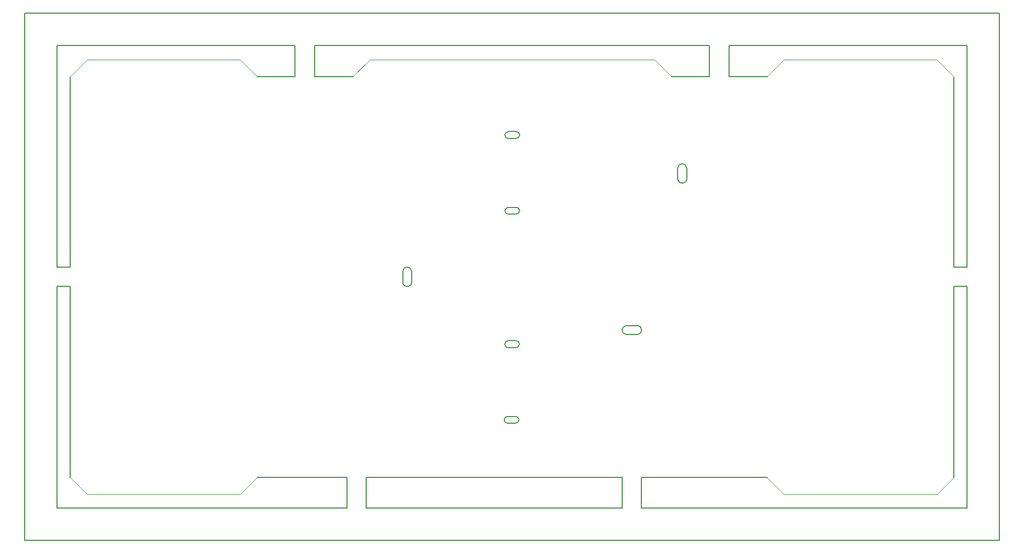
<source format=gbr>
G04 #@! TF.FileFunction,Profile,NP*
%FSLAX46Y46*%
G04 Gerber Fmt 4.6, Leading zero omitted, Abs format (unit mm)*
G04 Created by KiCad (PCBNEW 4.0.7-e2-6376~58~ubuntu16.04.1) date Sun Feb 25 02:30:39 2018*
%MOMM*%
%LPD*%
G01*
G04 APERTURE LIST*
%ADD10C,0.100000*%
%ADD11C,0.150000*%
G04 APERTURE END LIST*
D10*
D11*
X71750000Y-101500000D02*
X71750000Y-131000000D01*
X71750000Y-69000000D02*
X71750000Y-98500000D01*
X106500000Y-69000000D02*
X100600000Y-69000000D01*
X115400000Y-69000000D02*
X109500000Y-69000000D01*
X173500000Y-69000000D02*
X179400000Y-69000000D01*
X164600000Y-69000000D02*
X170500000Y-69000000D01*
X208250000Y-101500000D02*
X208250000Y-131000000D01*
X208250000Y-69100000D02*
X208250000Y-98500000D01*
X160000000Y-131000000D02*
X179400000Y-131000000D01*
X117500000Y-131000000D02*
X157000000Y-131000000D01*
X100600000Y-131000000D02*
X114500000Y-131000000D01*
X210250000Y-98500000D02*
X210250000Y-64250000D01*
X210250000Y-135750000D02*
X210250000Y-101500000D01*
X160000000Y-135750000D02*
X210250000Y-135750000D01*
X117500000Y-135750000D02*
X157000000Y-135750000D01*
X69750000Y-135750000D02*
X114500000Y-135750000D01*
X69750000Y-101500000D02*
X69750000Y-135750000D01*
X69750000Y-64250000D02*
X69750000Y-98500000D01*
X173500000Y-64250000D02*
X210250000Y-64250000D01*
X109500000Y-64250000D02*
X170500000Y-64250000D01*
X69750000Y-64250000D02*
X106500000Y-64250000D01*
X71750000Y-101500000D02*
X69750000Y-101500000D01*
X71750000Y-98500000D02*
X69750000Y-98500000D01*
X208250000Y-101500000D02*
X210250000Y-101500000D01*
X208250000Y-98500000D02*
X210250000Y-98500000D01*
X160000000Y-131000000D02*
X160000000Y-135750000D01*
X157000000Y-131000000D02*
X157000000Y-135750000D01*
X117500000Y-131000000D02*
X117500000Y-135750000D01*
X114500000Y-131000000D02*
X114500000Y-135750000D01*
X109500000Y-69000000D02*
X109500000Y-64250000D01*
X106500000Y-69000000D02*
X106500000Y-64250000D01*
X173500000Y-69000000D02*
X173500000Y-64250000D01*
X170500000Y-69000000D02*
X170500000Y-64250000D01*
X64750000Y-59250000D02*
X64750000Y-140750000D01*
X215250000Y-59250000D02*
X215250000Y-140750000D01*
X64750000Y-140750000D02*
X215250000Y-140750000D01*
X64750000Y-59250000D02*
X215250000Y-59250000D01*
X140605299Y-78593054D02*
G75*
G03X140599160Y-77525880I29421J533774D01*
G01*
X139446812Y-77536466D02*
G75*
G03X139435840Y-78602840I-26212J-532974D01*
G01*
X139456160Y-77536040D02*
X140614400Y-77525880D01*
X140599160Y-78597760D02*
X139400280Y-78607920D01*
X140599160Y-90307160D02*
X139400280Y-90317320D01*
X139456160Y-89245440D02*
X140614400Y-89235280D01*
X139446812Y-89245866D02*
G75*
G03X139435840Y-90312240I-26212J-532974D01*
G01*
X140605299Y-90302454D02*
G75*
G03X140599160Y-89235280I29421J533774D01*
G01*
X140503699Y-122641734D02*
G75*
G03X140497560Y-121574560I29421J533774D01*
G01*
X139345212Y-121585146D02*
G75*
G03X139334240Y-122651520I-26212J-532974D01*
G01*
X139354560Y-121584720D02*
X140512800Y-121574560D01*
X140497560Y-122646440D02*
X139298680Y-122656600D01*
X140568680Y-110942120D02*
X139369800Y-110952280D01*
X139425680Y-109880400D02*
X140583920Y-109870240D01*
X139416332Y-109880826D02*
G75*
G03X139405360Y-110947200I-26212J-532974D01*
G01*
X140574819Y-110937414D02*
G75*
G03X140568680Y-109870240I29421J533774D01*
G01*
X157655260Y-107561380D02*
X159331660Y-107541060D01*
X157655260Y-108917740D02*
X159331660Y-108917740D01*
X159346900Y-108907580D02*
G75*
G03X159332676Y-107546395I-19304J680465D01*
G01*
X157640956Y-107561823D02*
G75*
G03X157665420Y-108912660I24464J-675197D01*
G01*
X124459557Y-99147296D02*
G75*
G03X123108720Y-99171760I-675197J-24464D01*
G01*
X123113800Y-100853240D02*
G75*
G03X124474985Y-100839016I680465J19304D01*
G01*
X123103640Y-99161600D02*
X123103640Y-100838000D01*
X124460000Y-99161600D02*
X124480320Y-100838000D01*
X166954200Y-83164680D02*
X166974520Y-84841080D01*
X165597840Y-83164680D02*
X165597840Y-84841080D01*
X165608000Y-84856320D02*
G75*
G03X166969185Y-84842096I680465J19304D01*
G01*
X166953757Y-83150376D02*
G75*
G03X165602920Y-83174840I-675197J-24464D01*
G01*
D10*
X98001095Y-133598190D02*
X100626091Y-130973180D01*
X74376094Y-133598190D02*
X98001095Y-133598190D01*
X71751095Y-130973180D02*
X74376094Y-133598190D01*
X74376094Y-66398184D02*
X71751095Y-69023183D01*
X98001095Y-66398184D02*
X74376094Y-66398184D01*
X100626094Y-69023183D02*
X98001095Y-66398184D01*
X118026094Y-66398184D02*
X115373910Y-69023183D01*
X162001090Y-66398184D02*
X118026094Y-66398184D01*
X164626090Y-69023183D02*
X162001090Y-66398184D01*
X182001090Y-66398184D02*
X179376100Y-69023183D01*
X205626090Y-66398184D02*
X182001090Y-66398184D01*
X208251090Y-69023183D02*
X205626090Y-66398184D01*
X205626100Y-133598190D02*
X208251100Y-130973180D01*
X182001100Y-133598190D02*
X205626100Y-133598190D01*
X179376100Y-130973180D02*
X182001100Y-133598190D01*
M02*

</source>
